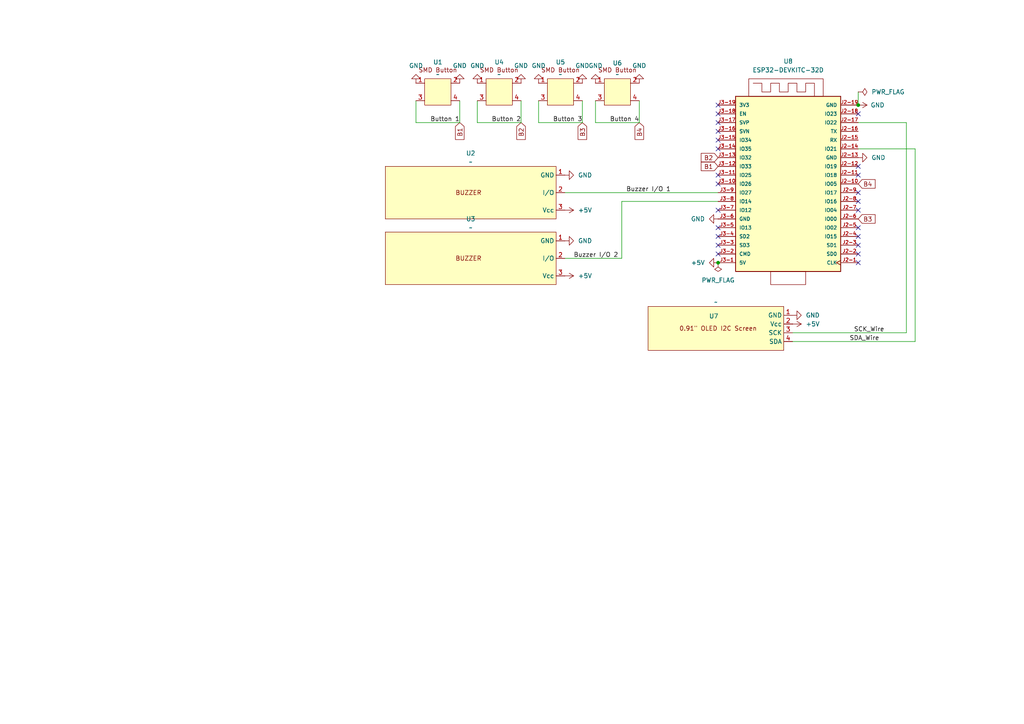
<source format=kicad_sch>
(kicad_sch (version 20231120) (generator "eeschema") (generator_version "8.0")
  (paper "A4")
  (lib_symbols
    (symbol "ESP32-DEVKITC-32D:ESP32-DEVKITC-32D" (pin_names (offset 1.016))
      (property "Reference" "U" (at -15.2572 26.0643 0))
      (property "Value" "ESP32-DEVKITC-32D" (at -10.16 0 0))
      (symbol "ESP32-DEVKITC-32D_0_0"
        (rectangle (start -15.24 25.4) (end 15.24 -25.4) (stroke (width 0.254)) (fill (type background)))
      )
      (symbol "ESP32-DEVKITC-32D_0_1"
        (rectangle (start -10.16 -25.4) (end 11.43 -30.48))
        (rectangle (start -5.08 29.21) (end 5.08 25.4))
        (polyline (pts (xy -7.62 -25.4) (xy -7.62 -29.21) (xy -5.08 -29.21) (xy -5.08 -26.67) (xy -2.54 -26.67) (xy -2.54 -29.21) (xy 0 -29.21) (xy 0 -26.67) (xy 2.54 -26.67) (xy 2.54 -29.21) (xy 5.08 -29.21) (xy 5.08 -26.67) (xy 7.62 -26.67) (xy 7.62 -29.21) (xy 10.16 -29.21) (xy 10.16 -29.21) (xy 10.16 -29.21)))
      )
      (symbol "ESP32-DEVKITC-32D_1_0"
        (pin bidirectional clock (at -20.32 22.86 0) (length 5.08) (name "CLK") (number "J2-1"))
        (pin bidirectional line (at -20.32 0 0) (length 5.08) (name "IO05") (number "J2-10"))
        (pin bidirectional line (at -20.32 -2.54 0) (length 5.08) (name "IO18") (number "J2-11"))
        (pin bidirectional line (at -20.32 -5.08 0) (length 5.08) (name "IO19") (number "J2-12"))
        (pin power_in line (at -20.32 -7.62 0) (length 5.08) (name "GND") (number "J2-13"))
        (pin bidirectional line (at -20.32 -10.16 0) (length 5.08) (name "IO21") (number "J2-14"))
        (pin bidirectional line (at -20.32 -12.7 0) (length 5.08) (name "RX") (number "J2-15"))
        (pin bidirectional line (at -20.32 -15.24 0) (length 5.08) (name "TX") (number "J2-16"))
        (pin bidirectional line (at -20.32 -17.78 0) (length 5.08) (name "IO22") (number "J2-17"))
        (pin bidirectional line (at -20.32 -20.32 0) (length 5.08) (name "IO23") (number "J2-18"))
        (pin power_in line (at -20.32 -22.86 0) (length 5.08) (name "GND") (number "J2-19"))
        (pin bidirectional line (at -20.32 20.32 0) (length 5.08) (name "SD0") (number "J2-2"))
        (pin bidirectional line (at -20.32 17.78 0) (length 5.08) (name "SD1") (number "J2-3"))
        (pin bidirectional line (at -20.32 15.24 0) (length 5.08) (name "IO15") (number "J2-4"))
        (pin bidirectional line (at -20.32 12.7 0) (length 5.08) (name "IO02") (number "J2-5"))
        (pin bidirectional line (at -20.32 10.16 0) (length 5.08) (name "IO00") (number "J2-6"))
        (pin bidirectional line (at -20.32 7.62 0) (length 5.08) (name "IO04") (number "J2-7"))
        (pin bidirectional line (at -20.32 5.08 0) (length 5.08) (name "IO16") (number "J2-8"))
        (pin bidirectional line (at -20.32 2.54 0) (length 5.08) (name "IO17") (number "J2-9"))
        (pin power_in line (at 20.32 22.86 180) (length 5.08) (name "5V") (number "J3-1"))
        (pin bidirectional line (at 20.32 0 180) (length 5.08) (name "IO26") (number "J3-10"))
        (pin bidirectional line (at 20.32 -2.54 180) (length 5.08) (name "IO25") (number "J3-11"))
        (pin bidirectional line (at 20.32 -5.08 180) (length 5.08) (name "IO33") (number "J3-12"))
        (pin bidirectional line (at 20.32 -7.62 180) (length 5.08) (name "IO32") (number "J3-13"))
        (pin bidirectional line (at 20.32 -10.16 180) (length 5.08) (name "IO35") (number "J3-14"))
        (pin bidirectional line (at 20.32 -12.7 180) (length 5.08) (name "IO34") (number "J3-15"))
        (pin input line (at 20.32 -15.24 180) (length 5.08) (name "SVN") (number "J3-16"))
        (pin input line (at 20.32 -17.78 180) (length 5.08) (name "SVP") (number "J3-17"))
        (pin input line (at 20.32 -20.32 180) (length 5.08) (name "EN") (number "J3-18"))
        (pin power_in line (at 20.32 -22.86 180) (length 5.08) (name "3V3") (number "J3-19"))
        (pin bidirectional line (at 20.32 20.32 180) (length 5.08) (name "CMD") (number "J3-2"))
        (pin bidirectional line (at 20.32 17.78 180) (length 5.08) (name "SD3") (number "J3-3"))
        (pin bidirectional line (at 20.32 15.24 180) (length 5.08) (name "SD2") (number "J3-4"))
        (pin bidirectional line (at 20.32 12.7 180) (length 5.08) (name "IO13") (number "J3-5"))
        (pin power_in line (at 20.32 10.16 180) (length 5.08) (name "GND") (number "J3-6"))
        (pin bidirectional line (at 20.32 7.62 180) (length 5.08) (name "IO12") (number "J3-7"))
        (pin bidirectional line (at 20.32 5.08 180) (length 5.08) (name "IO14") (number "J3-8"))
        (pin bidirectional line (at 20.32 2.54 180) (length 5.08) (name "IO27") (number "J3-9"))
      )
    )
    (symbol "button:TWS4417-250AT"
      (property "Reference" "U" (at 0 11.43 0))
      (symbol "TWS4417-250AT_1_1"
        (rectangle (start -3.81 3.81) (end 3.81 -3.81) (fill (type background)))
        (text "SMD Button" (at 0 6.35 0) (effects (font (size 1.27 1.27))))
        (pin input line (at -6.35 2.54 0) (length 2.54) (name "") (number "1"))
        (pin input line (at 6.35 2.54 180) (length 2.54) (name "") (number "2"))
        (pin output line (at -6.35 -2.54 0) (length 2.54) (name "") (number "3"))
        (pin output line (at 6.35 -2.54 180) (length 2.54) (name "") (number "4"))
      )
    )
    (symbol "buzzer:buzzer_board"
      (property "Reference" "U" (at 0 10.16 0))
      (symbol "buzzer_board_1_1"
        (rectangle (start 31.75 -7.62) (end -17.78 7.62) (fill (type background)))
        (text "BUZZER" (at 7.62 0 0) (effects (font (size 1.27 1.27))))
        (pin input line (at -20.32 -5.08 0) (length 2.54) (name "GND") (number "1"))
        (pin input line (at -20.32 0 0) (length 2.54) (name "I/O") (number "2"))
        (pin input line (at -20.32 5.08 0) (length 2.54) (name "Vcc") (number "3"))
      )
    )
    (symbol "oled_screen:OLED_screen"
      (property "Reference" "U" (at 0 3.81 0))
      (symbol "OLED_screen_1_1"
        (rectangle (start -20.32 6.35) (end 19.05 -6.35) (fill (type background)))
        (text "0.91\" OLED I2C Screen" (at -1.27 0 0) (effects (font (size 1.27 1.27))))
        (pin input line (at -22.86 -3.81 0) (length 2.54) (name "GND") (number "1"))
        (pin input line (at -22.86 -1.27 0) (length 2.54) (name "Vcc") (number "2"))
        (pin output line (at -22.86 1.27 0) (length 2.54) (name "SCK") (number "3"))
        (pin output line (at -22.86 3.81 0) (length 2.54) (name "SDA") (number "4"))
      )
    )
    (symbol "power:+5V" (power) (pin_numbers hide) (pin_names (offset 0) hide)
      (property "Value" "+5V" (at 0 3.556 0))
      (symbol "+5V_0_1"
        (polyline (pts (xy -0.762 1.27) (xy 0 2.54)))
        (polyline (pts (xy 0 0) (xy 0 2.54)))
        (polyline (pts (xy 0 2.54) (xy 0.762 1.27)))
      )
      (symbol "+5V_1_1"
        (pin power_in line (at 0 0 90) (length 0) (name "~") (number "1"))
      )
    )
    (symbol "power:GND" (power) (pin_numbers hide) (pin_names (offset 0) hide)
      (property "Value" "GND" (at 0 -3.81 0))
      (symbol "GND_0_1"
        (polyline (pts (xy 0 0) (xy 0 -1.27) (xy 1.27 -1.27) (xy 0 -2.54) (xy -1.27 -1.27) (xy 0 -1.27)))
      )
      (symbol "GND_1_1"
        (pin power_in line (at 0 0 270) (length 0) (name "~") (number "1"))
      )
    )
    (symbol "power:PWR_FLAG" (power) (pin_numbers hide) (pin_names (offset 0) hide)
      (property "Value" "PWR_FLAG" (at 0 3.81 0))
      (symbol "PWR_FLAG_0_0"
        (pin power_out line (at 0 0 90) (length 0) (name "~") (number "1"))
      )
      (symbol "PWR_FLAG_0_1"
        (polyline (pts (xy 0 0) (xy 0 1.27) (xy -1.016 1.905) (xy 0 2.54) (xy 1.016 1.905) (xy 0 1.27)))
      )
    )
  )
  (junction (at 208.28 76.2))
  (junction (at 248.92 30.48))
  (no_connect (at 248.92 48.26))
  (no_connect (at 208.28 35.56))
  (no_connect (at 208.28 30.48))
  (no_connect (at 208.28 43.18))
  (no_connect (at 248.92 68.58))
  (no_connect (at 208.28 66.04))
  (no_connect (at 208.28 60.96))
  (no_connect (at 208.28 38.1))
  (no_connect (at 208.28 53.34))
  (no_connect (at 248.92 76.2))
  (no_connect (at 208.28 73.66))
  (no_connect (at 248.92 33.02))
  (no_connect (at 248.92 50.8))
  (no_connect (at 248.92 60.96))
  (no_connect (at 208.28 71.12))
  (no_connect (at 248.92 66.04))
  (no_connect (at 208.28 68.58))
  (no_connect (at 208.28 40.64))
  (no_connect (at 248.92 55.88))
  (no_connect (at 208.28 33.02))
  (no_connect (at 248.92 73.66))
  (no_connect (at 248.92 71.12))
  (no_connect (at 208.28 50.8))
  (no_connect (at 248.92 58.42))
  (wire (pts (xy 265.43 43.18) (xy 248.92 43.18)))
  (wire (pts (xy 172.72 35.56) (xy 185.42 35.56)))
  (wire (pts (xy 229.87 99.06) (xy 265.43 99.06)))
  (wire (pts (xy 262.89 35.56) (xy 262.89 96.52)))
  (wire (pts (xy 248.92 35.56) (xy 262.89 35.56)))
  (wire (pts (xy 133.35 29.21) (xy 133.35 35.56)))
  (wire (pts (xy 151.13 29.21) (xy 151.13 35.56)))
  (wire (pts (xy 138.43 35.56) (xy 151.13 35.56)))
  (wire (pts (xy 265.43 99.06) (xy 265.43 43.18)))
  (wire (pts (xy 172.72 35.56) (xy 172.72 29.21)))
  (wire (pts (xy 156.21 29.21) (xy 156.21 35.56)))
  (wire (pts (xy 163.83 74.93) (xy 180.34 74.93)))
  (wire (pts (xy 163.83 55.88) (xy 208.28 55.88)))
  (wire (pts (xy 138.43 29.21) (xy 138.43 35.56)))
  (wire (pts (xy 180.34 58.42) (xy 208.28 58.42)))
  (wire (pts (xy 180.34 74.93) (xy 180.34 58.42)))
  (wire (pts (xy 120.65 35.56) (xy 120.65 29.21)))
  (wire (pts (xy 185.42 29.21) (xy 185.42 35.56)))
  (wire (pts (xy 248.92 26.67) (xy 248.92 30.48)))
  (wire (pts (xy 229.87 96.52) (xy 262.89 96.52)))
  (wire (pts (xy 133.35 35.56) (xy 120.65 35.56)))
  (wire (pts (xy 156.21 35.56) (xy 168.91 35.56)))
  (wire (pts (xy 168.91 35.56) (xy 168.91 29.21)))
  (label "Button 3" (at 168.91 35.56 180))
  (label "Button 2" (at 151.13 35.56 180))
  (label "SCK_Wire" (at 247.65 96.52 0))
  (label "Buzzer I{slash}O 1" (at 181.61 55.88 0))
  (label "Button 1" (at 133.35 35.56 180))
  (label "Buzzer I{slash}O 2" (at 166.37 74.93 0))
  (label "SDA_Wire" (at 246.38 99.06 0))
  (label "Button 4" (at 185.42 35.56 180))
  (global_label "B1" (shape input) (at 133.35 35.56 270) (property "Intersheetrefs" "${INTERSHEET_REFS}" (effects (hide yes))))
  (global_label "B2" (shape input) (at 151.13 35.56 270) (property "Intersheetrefs" "${INTERSHEET_REFS}" (effects (hide yes))))
  (global_label "B3" (shape input) (at 248.92 63.5 0) (property "Intersheetrefs" "${INTERSHEET_REFS}" (effects (hide yes))))
  (global_label "B2" (shape input) (at 208.28 45.72 180) (property "Intersheetrefs" "${INTERSHEET_REFS}" (effects (hide yes))))
  (global_label "B4" (shape input) (at 185.42 35.56 270) (property "Intersheetrefs" "${INTERSHEET_REFS}" (effects (hide yes))))
  (global_label "B1" (shape input) (at 208.28 48.26 180) (property "Intersheetrefs" "${INTERSHEET_REFS}" (effects (hide yes))))
  (global_label "B4" (shape input) (at 248.92 53.34 0) (property "Intersheetrefs" "${INTERSHEET_REFS}" (effects (hide yes))))
  (global_label "B3" (shape input) (at 168.91 35.56 270) (property "Intersheetrefs" "${INTERSHEET_REFS}" (effects (hide yes))))
  (symbol (lib_id "power:GND") (at 248.92 45.72 90) (unit 1)
    (property "Reference" "#PWR018" (effects (hide yes)))
    (property "Value" "GND" (at 252.73 45.7199 90) (effects (justify right)))
    (property "Description" "Power symbol creates a global label with name \"GND\" , ground" (effects (hide yes)))
  )
  (symbol (lib_id "power:GND") (at 156.21 24.13 180) (unit 1)
    (property "Reference" "#PWR05" (effects (hide yes)))
    (property "Value" "GND" (at 156.21 19.05 0))
    (property "Description" "Power symbol creates a global label with name \"GND\" , ground" (effects (hide yes)))
  )
  (symbol (lib_id "button:TWS4417-250AT") (at 127 26.67 0) (unit 1)
    (property "Reference" "U1" (at 127 18.034 0))
    (property "Value" "~" (at 127 21.59 0))
    (property "Footprint" "button:TWS4417-250AT" (effects (hide yes)))
  )
  (symbol (lib_id "power:+5V") (at 229.87 93.98 270) (unit 1)
    (property "Reference" "#PWR016" (effects (hide yes)))
    (property "Value" "+5V" (at 233.68 93.9799 90) (effects (justify left)))
    (property "Description" "Power symbol creates a global label with name \"+5V\"" (effects (hide yes)))
  )
  (symbol (lib_id "power:GND") (at 163.83 69.85 90) (unit 1)
    (property "Reference" "#PWR08" (effects (hide yes)))
    (property "Value" "GND" (at 167.64 69.8499 90) (effects (justify right)))
    (property "Description" "Power symbol creates a global label with name \"GND\" , ground" (effects (hide yes)))
  )
  (symbol (lib_id "power:GND") (at 168.91 24.13 180) (unit 1)
    (property "Reference" "#PWR010" (effects (hide yes)))
    (property "Value" "GND" (at 168.91 19.05 0))
    (property "Description" "Power symbol creates a global label with name \"GND\" , ground" (effects (hide yes)))
  )
  (symbol (lib_id "power:PWR_FLAG") (at 248.92 26.67 270) (unit 1)
    (property "Reference" "#FLG02" (effects (hide yes)))
    (property "Value" "PWR_FLAG" (at 252.73 26.6701 90) (effects (justify left)))
    (property "Description" "Special symbol for telling ERC where power comes from" (effects (hide yes)))
  )
  (symbol (lib_id "power:GND") (at 172.72 24.13 180) (unit 1)
    (property "Reference" "#PWR011" (effects (hide yes)))
    (property "Value" "GND" (at 172.72 19.05 0))
    (property "Description" "Power symbol creates a global label with name \"GND\" , ground" (effects (hide yes)))
  )
  (symbol (lib_id "oled_screen:OLED_screen") (at 207.01 95.25 180) (unit 1)
    (property "Reference" "U7" (at 207.01 91.694 0))
    (property "Value" "~" (at 207.645 87.63 0))
    (property "Footprint" "AliExpress:OLED Screen" (effects (hide yes)))
  )
  (symbol (lib_id "power:+5V") (at 163.83 60.96 270) (unit 1)
    (property "Reference" "#PWR07" (effects (hide yes)))
    (property "Value" "+5V" (at 167.64 60.9599 90) (effects (justify left)))
    (property "Description" "Power symbol creates a global label with name \"+5V\"" (effects (hide yes)))
  )
  (symbol (lib_id "button:TWS4417-250AT") (at 144.78 26.67 0) (unit 1)
    (property "Reference" "U4" (at 144.78 18.034 0))
    (property "Value" "~" (at 144.78 21.59 0))
    (property "Footprint" "button:TWS4417-250AT" (effects (hide yes)))
  )
  (symbol (lib_id "power:GND") (at 163.83 50.8 90) (unit 1)
    (property "Reference" "#PWR06" (effects (hide yes)))
    (property "Value" "GND" (at 167.64 50.7999 90) (effects (justify right)))
    (property "Description" "Power symbol creates a global label with name \"GND\" , ground" (effects (hide yes)))
  )
  (symbol (lib_id "power:PWR_FLAG") (at 208.28 76.2 180) (unit 1)
    (property "Reference" "#FLG01" (effects (hide yes)))
    (property "Value" "PWR_FLAG" (at 208.28 81.28 0))
    (property "Description" "Special symbol for telling ERC where power comes from" (effects (hide yes)))
  )
  (symbol (lib_id "power:GND") (at 138.43 24.13 180) (unit 1)
    (property "Reference" "#PWR03" (effects (hide yes)))
    (property "Value" "GND" (at 138.43 19.05 0))
    (property "Description" "Power symbol creates a global label with name \"GND\" , ground" (effects (hide yes)))
  )
  (symbol (lib_id "power:GND") (at 151.13 24.13 180) (unit 1)
    (property "Reference" "#PWR04" (effects (hide yes)))
    (property "Value" "GND" (at 151.13 19.05 0))
    (property "Description" "Power symbol creates a global label with name \"GND\" , ground" (effects (hide yes)))
  )
  (symbol (lib_id "ESP32-DEVKITC-32D:ESP32-DEVKITC-32D") (at 228.6 53.34 180) (unit 1)
    (property "Reference" "U8" (at 228.6 17.78 0))
    (property "Value" "ESP32-DEVKITC-32D" (at 228.6 20.32 0))
    (property "Footprint" "ESP32-DEVKITC-32D:MODULE_ESP32-DEVKITC-32D" (effects (hide yes)))
    (property "MF" "Espressif Systems" (effects (hide yes)))
    (property "MAXIMUM_PACKAGE_HEIGHT" "N/A" (effects (hide yes)))
    (property "Package" "None" (effects (hide yes)))
    (property "Price" "None" (effects (hide yes)))
    (property "Check_prices" "https://www.snapeda.com/parts/ESP32-DEVKITC-32D/Espressif+Systems/view-part/?ref=eda" (effects (hide yes)))
    (property "STANDARD" "Manufacturer Recommendations" (effects (hide yes)))
    (property "PARTREV" "V4" (effects (hide yes)))
    (property "SnapEDA_Link" "https://www.snapeda.com/parts/ESP32-DEVKITC-32D/Espressif+Systems/view-part/?ref=snap" (effects (hide yes)))
    (property "MP" "ESP32-DEVKITC-32D" (effects (hide yes)))
    (property "Description_1" "\nWiFi Development Tools (802.11) ESP32 General Development Kit, ESP32-WROOM-32D on the board\n" (effects (hide yes)))
    (property "MANUFACTURER" "Espressif Systems" (effects (hide yes)))
    (property "Availability" "In Stock" (effects (hide yes)))
    (property "SNAPEDA_PN" "ESP32-DEVKITC-32D" (effects (hide yes)))
  )
  (symbol (lib_id "power:GND") (at 208.28 76.2 270) (unit 1)
    (property "Reference" "#PWR014" (effects (hide yes)))
    (property "Value" "+5V" (at 204.47 76.2001 90) (effects (justify right)))
    (property "Description" "Power symbol creates a global label with name \"GND\" , ground" (effects (hide yes)))
  )
  (symbol (lib_id "power:+5V") (at 163.83 80.01 270) (unit 1)
    (property "Reference" "#PWR09" (effects (hide yes)))
    (property "Value" "+5V" (at 167.64 80.0099 90) (effects (justify left)))
    (property "Description" "Power symbol creates a global label with name \"+5V\"" (effects (hide yes)))
  )
  (symbol (lib_id "buzzer:buzzer_board") (at 143.51 74.93 180) (unit 1)
    (property "Reference" "U3" (at 136.525 63.5 0))
    (property "Value" "~" (at 136.525 66.04 0))
    (property "Footprint" "AliExpress:buzzer" (effects (hide yes)))
  )
  (symbol (lib_id "button:TWS4417-250AT") (at 179.07 26.67 0) (unit 1)
    (property "Reference" "U6" (at 179.07 18.288 0))
    (property "Value" "~" (at 179.07 21.59 0))
    (property "Footprint" "button:TWS4417-250AT" (effects (hide yes)))
  )
  (symbol (lib_id "power:GND") (at 120.65 24.13 180) (unit 1)
    (property "Reference" "#PWR01" (effects (hide yes)))
    (property "Value" "GND" (at 120.65 19.05 0))
    (property "Description" "Power symbol creates a global label with name \"GND\" , ground" (effects (hide yes)))
  )
  (symbol (lib_id "buzzer:buzzer_board") (at 143.51 55.88 180) (unit 1)
    (property "Reference" "U2" (at 136.525 44.45 0))
    (property "Value" "~" (at 136.525 46.99 0))
    (property "Footprint" "AliExpress:buzzer" (effects (hide yes)))
  )
  (symbol (lib_id "power:GND") (at 185.42 24.13 180) (unit 1)
    (property "Reference" "#PWR012" (effects (hide yes)))
    (property "Value" "GND" (at 185.42 19.05 0))
    (property "Description" "Power symbol creates a global label with name \"GND\" , ground" (effects (hide yes)))
  )
  (symbol (lib_id "button:TWS4417-250AT") (at 162.56 26.67 0) (unit 1)
    (property "Reference" "U5" (at 162.56 18.034 0))
    (property "Value" "~" (at 162.56 21.59 0))
    (property "Footprint" "button:TWS4417-250AT" (effects (hide yes)))
  )
  (symbol (lib_id "power:GND") (at 133.35 24.13 180) (unit 1)
    (property "Reference" "#PWR02" (effects (hide yes)))
    (property "Value" "GND" (at 133.35 19.05 0))
    (property "Description" "Power symbol creates a global label with name \"GND\" , ground" (effects (hide yes)))
  )
  (symbol (lib_id "power:GND") (at 229.87 91.44 90) (unit 1)
    (property "Reference" "#PWR015" (effects (hide yes)))
    (property "Value" "GND" (at 233.68 91.4399 90) (effects (justify right)))
    (property "Description" "Power symbol creates a global label with name \"GND\" , ground" (effects (hide yes)))
  )
  (symbol (lib_id "power:+5V") (at 248.92 30.48 270) (unit 1)
    (property "Reference" "#PWR017" (effects (hide yes)))
    (property "Value" "GND" (at 252.476 30.48 90) (effects (justify left)))
    (property "Description" "Power symbol creates a global label with name \"+5V\"" (effects (hide yes)))
  )
  (symbol (lib_id "power:GND") (at 208.28 63.5 270) (unit 1)
    (property "Reference" "#PWR013" (effects (hide yes)))
    (property "Value" "GND" (at 204.47 63.4999 90) (effects (justify right)))
    (property "Description" "Power symbol creates a global label with name \"GND\" , ground" (effects (hide yes)))
  )
)
</source>
